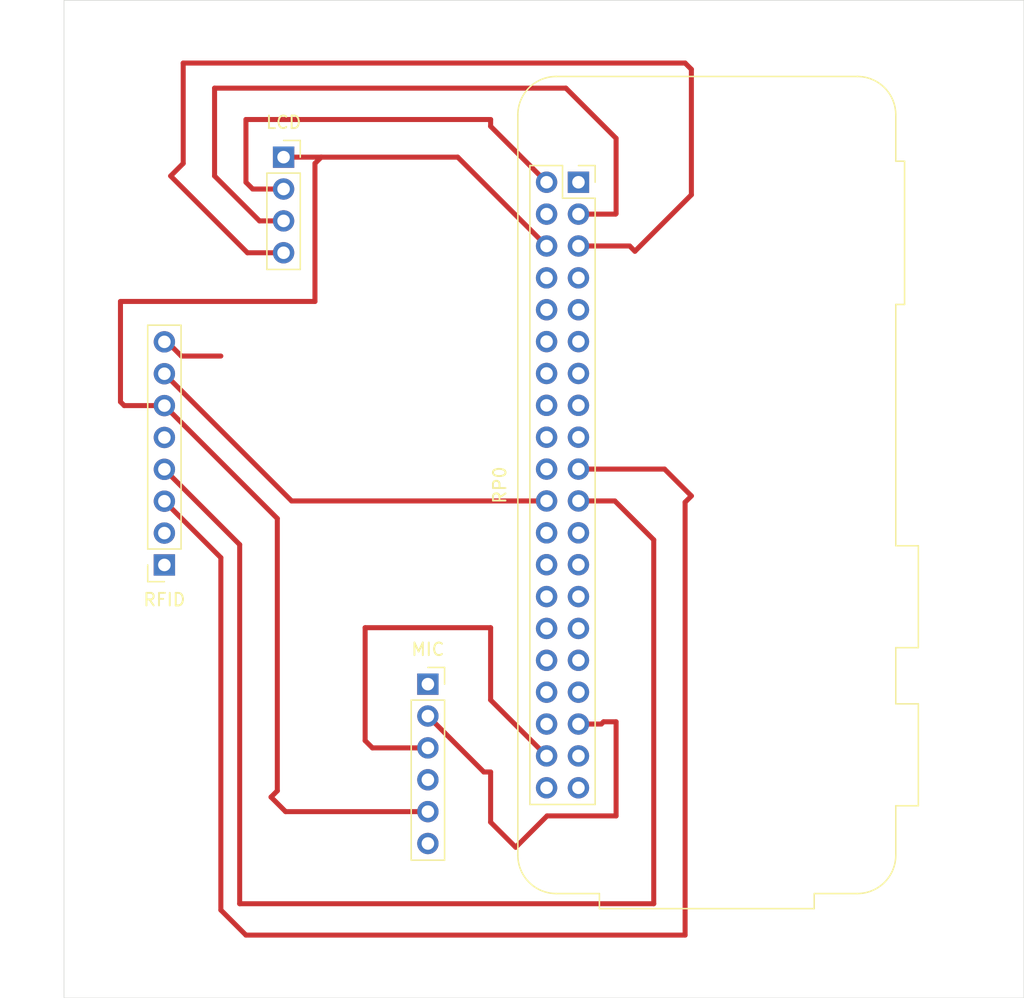
<source format=kicad_pcb>
(kicad_pcb (version 20241229) (generator "pcbnew") (generator_version "9.0")
  (layers (0 "F.Cu" signal) (2 "B.Cu" signal) (13 "F.Paste" user) (15 "B.Paste" user) (5 "F.SilkS" user "F.Silkscreen") (7 "B.SilkS" user "B.Silkscreen") (1 "F.Mask" user) (3 "B.Mask" user) (25 "Edge.Cuts" user))
  (net 0 "")
  (net 1 "+3V3_PI")
  (net 2 "+5V_PI")
  (net 3 "GND")
  (net 4 "I2C_SDA")
  (net 5 "I2C_SCL")
  (net 6 "SPI0_MOSI")
  (net 7 "SPI0_MISO")
  (net 8 "SPI0_SCLK")
  (net 9 "SPI0_CE0")
  (net 10 "RC522_RST")
  (net 11 "I2S_BCLK")
  (net 12 "I2S_LRCLK")
  (net 13 "I2S_DIN")
  (net 14 "MIC_SEL_GND")
  (footprint "Connector_PinSocket_2.54mm:PinSocket_1x04_P2.54mm_Vertical" (layer "F.Cu") (at 56.5 121.5)
    (property "Reference" "LCD" (at 0 -2.77 0) (layer "F.SilkS"))
    (property "Value" "PinSocket_1x04_P2.54mm_Vertical")
    (fp_line (start -1.33 1.27) (end -1.33 8.95) (stroke (width 0.12)) (layer "F.SilkS"))
    (fp_line (start -1.33 1.27) (end 1.33 1.27) (stroke (width 0.12)) (layer "F.SilkS"))
    (fp_line (start -1.33 8.95) (end 1.33 8.95) (stroke (width 0.12)) (layer "F.SilkS"))
    (fp_line (start 0 -1.33) (end 1.33 -1.33) (stroke (width 0.12)) (layer "F.SilkS"))
    (fp_line (start 1.33 -1.33) (end 1.33 0) (stroke (width 0.12)) (layer "F.SilkS"))
    (fp_line (start 1.33 1.27) (end 1.33 8.95) (stroke (width 0.12)) (layer "F.SilkS"))
    (pad "GND" thru_hole rect (at 0 0) (size 1.7 1.7) (drill 1) (layers "*.Cu" "*.Mask") (net 3 "GND"))
    (pad "SCL" thru_hole circle (at 0 7.62) (size 1.7 1.7) (drill 1) (layers "*.Cu" "*.Mask") (net 5 "I2C_SCL"))
    (pad "SDA" thru_hole circle (at 0 5.08) (size 1.7 1.7) (drill 1) (layers "*.Cu" "*.Mask") (net 4 "I2C_SDA"))
    (pad "VCC" thru_hole circle (at 0 2.54) (size 1.7 1.7) (drill 1) (layers "*.Cu" "*.Mask") (net 2 "+5V_PI"))
  )
  (footprint "Module:Raspberry_Pi_Zero_Socketed_THT_FaceDown_MountingHoles" (layer "F.Cu") (at 80 123.5)
    (property "Reference" "RP0" (at -6.27 24.13 90) (layer "F.SilkS"))
    (property "Value" "Raspberry_Pi_Zero_Socketed_THT_FaceDown_MountingHoles")
    (fp_line (start -4.83 53.63) (end -4.83 -5.37) (stroke (width 0.12)) (layer "F.SilkS"))
    (fp_line (start -3.87 -1.33) (end -3.87 49.59) (stroke (width 0.12)) (layer "F.SilkS"))
    (fp_line (start -3.87 -1.33) (end -1.27 -1.33) (stroke (width 0.12)) (layer "F.SilkS"))
    (fp_line (start -3.87 49.59) (end 1.33 49.59) (stroke (width 0.12)) (layer "F.SilkS"))
    (fp_line (start -1.77 -8.43) (end 22.23 -8.43) (stroke (width 0.12)) (layer "F.SilkS"))
    (fp_line (start -1.27 -1.33) (end -1.27 1.27) (stroke (width 0.12)) (layer "F.SilkS"))
    (fp_line (start -1.27 1.27) (end 1.33 1.27) (stroke (width 0.12)) (layer "F.SilkS"))
    (fp_line (start 0 -1.33) (end 1.33 -1.33) (stroke (width 0.12)) (layer "F.SilkS"))
    (fp_line (start 1.33 -1.33) (end 1.33 0) (stroke (width 0.12)) (layer "F.SilkS"))
    (fp_line (start 1.33 1.27) (end 1.33 49.59) (stroke (width 0.12)) (layer "F.SilkS"))
    (fp_line (start 1.67 56.69) (end -1.77 56.69) (stroke (width 0.12)) (layer "F.SilkS"))
    (fp_line (start 1.67 56.69) (end 1.67 57.89) (stroke (width 0.12)) (layer "F.SilkS"))
    (fp_line (start 1.67 57.89) (end 18.79 57.89) (stroke (width 0.12)) (layer "F.SilkS"))
    (fp_line (start 18.79 56.69) (end 22.23 56.69) (stroke (width 0.12)) (layer "F.SilkS"))
    (fp_line (start 18.79 57.89) (end 18.79 56.69) (stroke (width 0.12)) (layer "F.SilkS"))
    (fp_line (start 25.29 -1.68) (end 25.29 -5.37) (stroke (width 0.12)) (layer "F.SilkS"))
    (fp_line (start 25.29 9.74) (end 25.99 9.74) (stroke (width 0.12)) (layer "F.SilkS"))
    (fp_line (start 25.29 28.97) (end 25.29 9.74) (stroke (width 0.12)) (layer "F.SilkS"))
    (fp_line (start 25.29 37.09) (end 27.09 37.09) (stroke (width 0.12)) (layer "F.SilkS"))
    (fp_line (start 25.29 41.57) (end 25.29 37.09) (stroke (width 0.12)) (layer "F.SilkS"))
    (fp_line (start 25.29 49.69) (end 27.09 49.69) (stroke (width 0.12)) (layer "F.SilkS"))
    (fp_line (start 25.29 53.63) (end 25.29 49.69) (stroke (width 0.12)) (layer "F.SilkS"))
    (fp_line (start 25.99 -1.68) (end 25.29 -1.68) (stroke (width 0.12)) (layer "F.SilkS"))
    (fp_line (start 25.99 9.74) (end 25.99 -1.68) (stroke (width 0.12)) (layer "F.SilkS"))
    (fp_line (start 27.09 28.97) (end 25.29 28.97) (stroke (width 0.12)) (layer "F.SilkS"))
    (fp_line (start 27.09 37.09) (end 27.09 28.97) (stroke (width 0.12)) (layer "F.SilkS"))
    (fp_line (start 27.09 41.57) (end 25.29 41.57) (stroke (width 0.12)) (layer "F.SilkS"))
    (fp_line (start 27.09 49.69) (end 27.09 41.57) (stroke (width 0.12)) (layer "F.SilkS"))
    (fp_arc (start -4.83 -5.37) (mid -3.933747 -7.533747) (end -1.77 -8.43) (stroke (width 0.12)) (layer "F.SilkS"))
    (fp_arc (start -1.77 56.69) (mid -3.933747 55.793747) (end -4.83 53.63) (stroke (width 0.12)) (layer "F.SilkS"))
    (fp_arc (start 22.23 -8.43) (mid 24.393747 -7.533747) (end 25.29 -5.37) (stroke (width 0.12)) (layer "F.SilkS"))
    (fp_arc (start 25.29 53.63) (mid 24.393747 55.793747) (end 22.23 56.69) (stroke (width 0.12)) (layer "F.SilkS"))
    (pad "" np_thru_hole circle (at -1.27 -4.87 90) (size 2.75 2.75) (drill 2.75) (layers "*.Cu" "*.Mask"))
    (pad "" np_thru_hole circle (at -1.27 53.13 90) (size 2.75 2.75) (drill 2.75) (layers "*.Cu" "*.Mask"))
    (pad "" np_thru_hole circle (at 21.73 -4.87 90) (size 2.75 2.75) (drill 2.75) (layers "*.Cu" "*.Mask"))
    (pad "" np_thru_hole circle (at 21.73 53.13 90) (size 2.75 2.75) (drill 2.75) (layers "*.Cu" "*.Mask"))
    (pad "1" thru_hole rect (at 0 0) (size 1.7 1.7) (drill 1) (layers "*.Cu" "*.Mask") (net 1 "+3V3_PI"))
    (pad "2" thru_hole oval (at -2.54 0) (size 1.7 1.7) (drill 1) (layers "*.Cu" "*.Mask") (net 2 "+5V_PI"))
    (pad "3" thru_hole oval (at 0 2.54) (size 1.7 1.7) (drill 1) (layers "*.Cu" "*.Mask") (net 4 "I2C_SDA"))
    (pad "4" thru_hole oval (at -2.54 2.54) (size 1.7 1.7) (drill 1) (layers "*.Cu" "*.Mask") (net 2 "+5V_PI"))
    (pad "5" thru_hole oval (at 0 5.08) (size 1.7 1.7) (drill 1) (layers "*.Cu" "*.Mask") (net 5 "I2C_SCL"))
    (pad "6" thru_hole oval (at -2.54 5.08) (size 1.7 1.7) (drill 1) (layers "*.Cu" "*.Mask") (net 3 "GND"))
    (pad "7" thru_hole oval (at 0 7.62) (size 1.7 1.7) (drill 1) (layers "*.Cu" "*.Mask"))
    (pad "8" thru_hole oval (at -2.54 7.62) (size 1.7 1.7) (drill 1) (layers "*.Cu" "*.Mask"))
    (pad "9" thru_hole oval (at 0 10.16) (size 1.7 1.7) (drill 1) (layers "*.Cu" "*.Mask"))
    (pad "10" thru_hole oval (at -2.54 10.16) (size 1.7 1.7) (drill 1) (layers "*.Cu" "*.Mask"))
    (pad "11" thru_hole oval (at 0 12.7) (size 1.7 1.7) (drill 1) (layers "*.Cu" "*.Mask"))
    (pad "12" thru_hole oval (at -2.54 12.7) (size 1.7 1.7) (drill 1) (layers "*.Cu" "*.Mask") (net 11 "I2S_BCLK"))
    (pad "13" thru_hole oval (at 0 15.24) (size 1.7 1.7) (drill 1) (layers "*.Cu" "*.Mask"))
    (pad "14" thru_hole oval (at -2.54 15.24) (size 1.7 1.7) (drill 1) (layers "*.Cu" "*.Mask"))
    (pad "15" thru_hole oval (at 0 17.78) (size 1.7 1.7) (drill 1) (layers "*.Cu" "*.Mask"))
    (pad "16" thru_hole oval (at -2.54 17.78) (size 1.7 1.7) (drill 1) (layers "*.Cu" "*.Mask"))
    (pad "17" thru_hole oval (at 0 20.32) (size 1.7 1.7) (drill 1) (layers "*.Cu" "*.Mask"))
    (pad "18" thru_hole oval (at -2.54 20.32) (size 1.7 1.7) (drill 1) (layers "*.Cu" "*.Mask"))
    (pad "19" thru_hole oval (at 0 22.86) (size 1.7 1.7) (drill 1) (layers "*.Cu" "*.Mask") (net 6 "SPI0_MOSI"))
    (pad "20" thru_hole oval (at -2.54 22.86) (size 1.7 1.7) (drill 1) (layers "*.Cu" "*.Mask"))
    (pad "21" thru_hole oval (at 0 25.4) (size 1.7 1.7) (drill 1) (layers "*.Cu" "*.Mask") (net 7 "SPI0_MISO"))
    (pad "22" thru_hole oval (at -2.54 25.4) (size 1.7 1.7) (drill 1) (layers "*.Cu" "*.Mask") (net 10 "RC522_RST"))
    (pad "23" thru_hole oval (at 0 27.94) (size 1.7 1.7) (drill 1) (layers "*.Cu" "*.Mask") (net 8 "SPI0_SCLK"))
    (pad "24" thru_hole oval (at -2.54 27.94) (size 1.7 1.7) (drill 1) (layers "*.Cu" "*.Mask") (net 9 "SPI0_CE0"))
    (pad "25" thru_hole oval (at 0 30.48) (size 1.7 1.7) (drill 1) (layers "*.Cu" "*.Mask"))
    (pad "26" thru_hole oval (at -2.54 30.48) (size 1.7 1.7) (drill 1) (layers "*.Cu" "*.Mask"))
    (pad "27" thru_hole oval (at 0 33.02) (size 1.7 1.7) (drill 1) (layers "*.Cu" "*.Mask"))
    (pad "28" thru_hole oval (at -2.54 33.02) (size 1.7 1.7) (drill 1) (layers "*.Cu" "*.Mask"))
    (pad "29" thru_hole oval (at 0 35.56) (size 1.7 1.7) (drill 1) (layers "*.Cu" "*.Mask"))
    (pad "30" thru_hole oval (at -2.54 35.56) (size 1.7 1.7) (drill 1) (layers "*.Cu" "*.Mask"))
    (pad "31" thru_hole oval (at 0 38.1) (size 1.7 1.7) (drill 1) (layers "*.Cu" "*.Mask"))
    (pad "32" thru_hole oval (at -2.54 38.1) (size 1.7 1.7) (drill 1) (layers "*.Cu" "*.Mask"))
    (pad "33" thru_hole oval (at 0 40.64) (size 1.7 1.7) (drill 1) (layers "*.Cu" "*.Mask"))
    (pad "34" thru_hole oval (at -2.54 40.64) (size 1.7 1.7) (drill 1) (layers "*.Cu" "*.Mask"))
    (pad "35" thru_hole oval (at 0 43.18) (size 1.7 1.7) (drill 1) (layers "*.Cu" "*.Mask") (net 12 "I2S_LRCLK"))
    (pad "36" thru_hole oval (at -2.54 43.18) (size 1.7 1.7) (drill 1) (layers "*.Cu" "*.Mask"))
    (pad "37" thru_hole oval (at 0 45.72) (size 1.7 1.7) (drill 1) (layers "*.Cu" "*.Mask"))
    (pad "38" thru_hole oval (at -2.54 45.72) (size 1.7 1.7) (drill 1) (layers "*.Cu" "*.Mask") (net 13 "I2S_DIN"))
    (pad "39" thru_hole oval (at 0 48.26) (size 1.7 1.7) (drill 1) (layers "*.Cu" "*.Mask"))
    (pad "40" thru_hole oval (at -2.54 48.26) (size 1.7 1.7) (drill 1) (layers "*.Cu" "*.Mask"))
  )
  (footprint "Connector_PinSocket_2.54mm:PinSocket_1x08_P2.54mm_Vertical" (layer "F.Cu") (at 47 154 180)
    (property "Reference" "RFID" (at 0 -2.77 0) (layer "F.SilkS"))
    (property "Value" "PinSocket_1x08_P2.54mm_Vertical")
    (fp_line (start 1.33 1.27) (end 1.33 19.11) (stroke (width 0.12)) (layer "F.SilkS"))
    (fp_line (start 1.33 -1.33) (end 1.33 0) (stroke (width 0.12)) (layer "F.SilkS"))
    (fp_line (start 0 -1.33) (end 1.33 -1.33) (stroke (width 0.12)) (layer "F.SilkS"))
    (fp_line (start -1.33 19.11) (end 1.33 19.11) (stroke (width 0.12)) (layer "F.SilkS"))
    (fp_line (start -1.33 1.27) (end 1.33 1.27) (stroke (width 0.12)) (layer "F.SilkS"))
    (fp_line (start -1.33 1.27) (end -1.33 19.11) (stroke (width 0.12)) (layer "F.SilkS"))
    (pad "3V3" thru_hole circle (at 0 17.78 180) (size 1.7 1.7) (drill 1) (layers "*.Cu" "*.Mask") (net 1 "+3V3_PI"))
    (pad "5" thru_hole circle (at 0 10.16 180) (size 1.7 1.7) (drill 1) (layers "*.Cu" "*.Mask"))
    (pad "GND" thru_hole circle (at 0 12.7 180) (size 1.7 1.7) (drill 1) (layers "*.Cu" "*.Mask") (net 3 "GND"))
    (pad "MISO" thru_hole circle (at 0 7.62 180) (size 1.7 1.7) (drill 1) (layers "*.Cu" "*.Mask") (net 7 "SPI0_MISO"))
    (pad "MOSI" thru_hole circle (at 0 5.08 180) (size 1.7 1.7) (drill 1) (layers "*.Cu" "*.Mask") (net 6 "SPI0_MOSI"))
    (pad "RST" thru_hole circle (at 0 15.24 180) (size 1.7 1.7) (drill 1) (layers "*.Cu" "*.Mask") (net 10 "RC522_RST"))
    (pad "SCK" thru_hole circle (at 0 2.54 180) (size 1.7 1.7) (drill 1) (layers "*.Cu" "*.Mask") (net 8 "SPI0_SCLK"))
    (pad "SDA" thru_hole rect (at 0 0 180) (size 1.7 1.7) (drill 1) (layers "*.Cu" "*.Mask") (net 9 "SPI0_CE0"))
  )
  (footprint "Connector_PinSocket_2.54mm:PinSocket_1x06_P2.54mm_Vertical" (layer "F.Cu") (at 68 163.5)
    (property "Reference" "MIC" (at 0 -2.77 0) (layer "F.SilkS"))
    (property "Value" "PinSocket_1x06_P2.54mm_Vertical")
    (fp_line (start -1.33 1.27) (end -1.33 14.03) (stroke (width 0.12)) (layer "F.SilkS"))
    (fp_line (start -1.33 1.27) (end 1.33 1.27) (stroke (width 0.12)) (layer "F.SilkS"))
    (fp_line (start -1.33 14.03) (end 1.33 14.03) (stroke (width 0.12)) (layer "F.SilkS"))
    (fp_line (start 0 -1.33) (end 1.33 -1.33) (stroke (width 0.12)) (layer "F.SilkS"))
    (fp_line (start 1.33 -1.33) (end 1.33 0) (stroke (width 0.12)) (layer "F.SilkS"))
    (fp_line (start 1.33 1.27) (end 1.33 14.03) (stroke (width 0.12)) (layer "F.SilkS"))
    (pad "3V" thru_hole circle (at 0 12.7) (size 1.7 1.7) (drill 1) (layers "*.Cu" "*.Mask") (net 1 "+3V3_PI"))
    (pad "BCLK" thru_hole circle (at 0 7.62) (size 1.7 1.7) (drill 1) (layers "*.Cu" "*.Mask") (net 11 "I2S_BCLK"))
    (pad "DOUT" thru_hole circle (at 0 5.08) (size 1.7 1.7) (drill 1) (layers "*.Cu" "*.Mask") (net 13 "I2S_DIN"))
    (pad "GND" thru_hole circle (at 0 10.16) (size 1.7 1.7) (drill 1) (layers "*.Cu" "*.Mask") (net 3 "GND"))
    (pad "LRCL" thru_hole circle (at 0 2.54) (size 1.7 1.7) (drill 1) (layers "*.Cu" "*.Mask") (net 12 "I2S_LRCLK"))
    (pad "SEL" thru_hole rect (at 0 0) (size 1.7 1.7) (drill 1) (layers "*.Cu" "*.Mask") (net 14 "MIC_SEL_GND"))
  )
  (gr_rect (start 39 109) (end 115.5 188.5) (stroke (width 0.05)) (fill no) (layer "Edge.Cuts"))
  (segment (start 47 136) (end 48.351 137.351) (width 0.4) (layer "F.Cu") (net 1))
  (segment (start 48.351 137.351) (end 51.5 137.351) (width 0.4) (layer "F.Cu") (net 1))
  (segment (start 47 136.22) (end 47 136) (width 0.4) (layer "F.Cu") (net 1))
  (segment (start 54.04 124.04) (end 53.5 123.5) (width 0.4) (layer "F.Cu") (net 2))
  (segment (start 56.5 124.04) (end 54.04 124.04) (width 0.4) (layer "F.Cu") (net 2))
  (segment (start 73 119.04) (end 77.46 123.5) (width 0.4) (layer "F.Cu") (net 2))
  (segment (start 53.5 123.5) (end 53.5 118.5) (width 0.4) (layer "F.Cu") (net 2))
  (segment (start 53.5 118.5) (end 73 118.5) (width 0.4) (layer "F.Cu") (net 2))
  (segment (start 73 118.5) (end 73 119.04) (width 0.4) (layer "F.Cu") (net 2))
  (segment (start 47 141.3) (end 56 150.3) (width 0.4) (layer "F.Cu") (net 3))
  (segment (start 43.8 141.3) (end 43.5 141) (width 0.4) (layer "F.Cu") (net 3))
  (segment (start 56 172) (end 55.5 172.5) (width 0.4) (layer "F.Cu") (net 3))
  (segment (start 55.5 172.5) (end 56.66 173.66) (width 0.4) (layer "F.Cu") (net 3))
  (segment (start 59.5 121.5) (end 70.38 121.5) (width 0.4) (layer "F.Cu") (net 3))
  (segment (start 70.38 121.5) (end 77.46 128.58) (width 0.4) (layer "F.Cu") (net 3))
  (segment (start 56 150.3) (end 56 172) (width 0.4) (layer "F.Cu") (net 3))
  (segment (start 43.5 141) (end 43.5 133) (width 0.4) (layer "F.Cu") (net 3))
  (segment (start 43.5 133) (end 59 133) (width 0.4) (layer "F.Cu") (net 3))
  (segment (start 56.5 121.5) (end 59.5 121.5) (width 0.4) (layer "F.Cu") (net 3))
  (segment (start 56.66 173.66) (end 68 173.66) (width 0.4) (layer "F.Cu") (net 3))
  (segment (start 59 122) (end 59.5 121.5) (width 0.4) (layer "F.Cu") (net 3))
  (segment (start 47 141.3) (end 43.8 141.3) (width 0.4) (layer "F.Cu") (net 3))
  (segment (start 59 133) (end 59 122) (width 0.4) (layer "F.Cu") (net 3))
  (segment (start 79 116) (end 83 120) (width 0.4) (layer "F.Cu") (net 4))
  (segment (start 54.58 126.58) (end 51 123) (width 0.4) (layer "F.Cu") (net 4))
  (segment (start 51 116) (end 79 116) (width 0.4) (layer "F.Cu") (net 4))
  (segment (start 82.96 126.04) (end 80 126.04) (width 0.4) (layer "F.Cu") (net 4))
  (segment (start 56.5 126.58) (end 54.58 126.58) (width 0.4) (layer "F.Cu") (net 4))
  (segment (start 51 123) (end 51 116) (width 0.4) (layer "F.Cu") (net 4))
  (segment (start 83 126) (end 82.96 126.04) (width 0.4) (layer "F.Cu") (net 4))
  (segment (start 83 120) (end 83 126) (width 0.4) (layer "F.Cu") (net 4))
  (segment (start 84.5 129) (end 84.08 128.58) (width 0.4) (layer "F.Cu") (net 5))
  (segment (start 47.5 123) (end 48.5 122) (width 0.4) (layer "F.Cu") (net 5))
  (segment (start 56.5 129.12) (end 53.62 129.12) (width 0.4) (layer "F.Cu") (net 5))
  (segment (start 84.08 128.58) (end 80 128.58) (width 0.4) (layer "F.Cu") (net 5))
  (segment (start 48.5 114) (end 88.5 114) (width 0.4) (layer "F.Cu") (net 5))
  (segment (start 89 114.5) (end 89 124.5) (width 0.4) (layer "F.Cu") (net 5))
  (segment (start 88.5 114) (end 89 114.5) (width 0.4) (layer "F.Cu") (net 5))
  (segment (start 89 124.5) (end 84.5 129) (width 0.4) (layer "F.Cu") (net 5))
  (segment (start 48.5 122) (end 48.5 114) (width 0.4) (layer "F.Cu") (net 5))
  (segment (start 53.62 129.12) (end 47.5 123) (width 0.4) (layer "F.Cu") (net 5))
  (segment (start 47 148.92) (end 51.5 153.42) (width 0.4) (layer "F.Cu") (net 6))
  (segment (start 51.5 153.42) (end 51.5 181.5) (width 0.4) (layer "F.Cu") (net 6))
  (segment (start 53.5 183.5) (end 88.5 183.5) (width 0.4) (layer "F.Cu") (net 6))
  (segment (start 88.5 183.5) (end 88.5 149) (width 0.4) (layer "F.Cu") (net 6))
  (segment (start 88.5 149) (end 89 148.5) (width 0.4) (layer "F.Cu") (net 6))
  (segment (start 51.5 181.5) (end 53.5 183.5) (width 0.4) (layer "F.Cu") (net 6))
  (segment (start 89 148.5) (end 86.86 146.36) (width 0.4) (layer "F.Cu") (net 6))
  (segment (start 86.86 146.36) (end 80 146.36) (width 0.4) (layer "F.Cu") (net 6))
  (segment (start 82.9 148.9) (end 80 148.9) (width 0.4) (layer "F.Cu") (net 7))
  (segment (start 86 152) (end 82.9 148.9) (width 0.4) (layer "F.Cu") (net 7))
  (segment (start 53 152.38) (end 53 181) (width 0.4) (layer "F.Cu") (net 7))
  (segment (start 86 181) (end 86 152) (width 0.4) (layer "F.Cu") (net 7))
  (segment (start 47 146.38) (end 53 152.38) (width 0.4) (layer "F.Cu") (net 7))
  (segment (start 53 181) (end 86 181) (width 0.4) (layer "F.Cu") (net 7))
  (segment (start 47 138.76) (end 57.14 148.9) (width 0.4) (layer "F.Cu") (net 10))
  (segment (start 57.14 148.9) (end 77.46 148.9) (width 0.4) (layer "F.Cu") (net 10))
  (segment (start 68 166.04) (end 72.46 170.5) (width 0.4) (layer "F.Cu") (net 12))
  (segment (start 75 176.5) (end 77.5 174) (width 0.4) (layer "F.Cu") (net 12))
  (segment (start 72.46 170.5) (end 73 170.5) (width 0.4) (layer "F.Cu") (net 12))
  (segment (start 73 170.5) (end 73 174.5) (width 0.4) (layer "F.Cu") (net 12))
  (segment (start 81.82 166.68) (end 80 166.68) (width 0.4) (layer "F.Cu") (net 12))
  (segment (start 77.5 174) (end 83 174) (width 0.4) (layer "F.Cu") (net 12))
  (segment (start 83 166.5) (end 82 166.5) (width 0.4) (layer "F.Cu") (net 12))
  (segment (start 83 174) (end 83 166.5) (width 0.4) (layer "F.Cu") (net 12))
  (segment (start 82 166.5) (end 81.82 166.68) (width 0.4) (layer "F.Cu") (net 12))
  (segment (start 73 174.5) (end 75 176.5) (width 0.4) (layer "F.Cu") (net 12))
  (segment (start 73 164.76) (end 77.46 169.22) (width 0.4) (layer "F.Cu") (net 13))
  (segment (start 63 159) (end 73 159) (width 0.4) (layer "F.Cu") (net 13))
  (segment (start 68 168.58) (end 63.58 168.58) (width 0.4) (layer "F.Cu") (net 13))
  (segment (start 73 159) (end 73 164.76) (width 0.4) (layer "F.Cu") (net 13))
  (segment (start 63.58 168.58) (end 63 168) (width 0.4) (layer "F.Cu") (net 13))
  (segment (start 63 168) (end 63 159) (width 0.4) (layer "F.Cu") (net 13))
)
</source>
